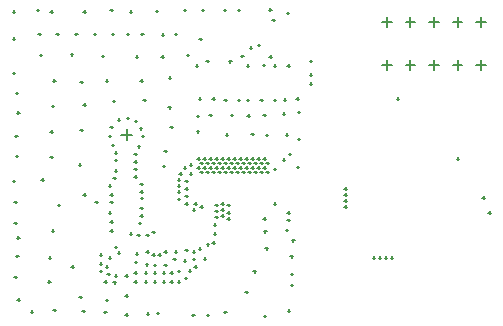
<source format=gbr>
G04*
G04 #@! TF.GenerationSoftware,Altium Limited,Altium Designer,25.8.1 (18)*
G04*
G04 Layer_Color=128*
%FSLAX25Y25*%
%MOIN*%
G70*
G04*
G04 #@! TF.SameCoordinates,7B14AC28-D965-4A85-B311-1C3B9A759C65*
G04*
G04*
G04 #@! TF.FilePolarity,Positive*
G04*
G01*
G75*
%ADD48C,0.00500*%
D48*
X249152Y471120D02*
X252352D01*
X250752Y469520D02*
Y472720D01*
X257026Y471120D02*
X260226D01*
X258626Y469520D02*
Y472720D01*
X264900Y471120D02*
X268100D01*
X266500Y469520D02*
Y472720D01*
X272774Y471120D02*
X275974D01*
X274374Y469520D02*
Y472720D01*
X280648Y471120D02*
X283848D01*
X282248Y469520D02*
Y472720D01*
X249152Y485500D02*
X252352D01*
X250752Y483900D02*
Y487100D01*
X162031Y448000D02*
X165969D01*
X164000Y446032D02*
Y449968D01*
X280648Y485500D02*
X283848D01*
X282248Y483900D02*
Y487100D01*
X272774Y485500D02*
X275974D01*
X274374Y483900D02*
Y487100D01*
X264900Y485500D02*
X268100D01*
X266500Y483900D02*
Y487100D01*
X257026Y485500D02*
X260226D01*
X258626Y483900D02*
Y487100D01*
X161100Y408662D02*
X161900D01*
X161500Y408262D02*
Y409062D01*
X254100Y460000D02*
X254900D01*
X254500Y459600D02*
Y460400D01*
X284600Y422000D02*
X285400D01*
X285000Y421600D02*
Y422400D01*
X157100Y404000D02*
X157900D01*
X157500Y403600D02*
Y404400D01*
X165100Y415000D02*
X165900D01*
X165500Y414600D02*
Y415400D01*
X274100Y440000D02*
X274900D01*
X274500Y439600D02*
Y440400D01*
X205100Y477000D02*
X205900D01*
X205500Y476600D02*
Y477400D01*
X186600Y425000D02*
X187400D01*
X187000Y424600D02*
Y425400D01*
X195600Y425000D02*
X196400D01*
X196000Y424600D02*
Y425400D01*
X217600Y422000D02*
X218400D01*
X218000Y421600D02*
Y422400D01*
X217600Y419600D02*
X218400D01*
X218000Y419200D02*
Y420000D01*
X220755Y437267D02*
X221555D01*
X221155Y436867D02*
Y437667D01*
X213044Y436556D02*
X213844D01*
X213444Y436156D02*
Y436956D01*
X216123Y439634D02*
X216922D01*
X216523Y439234D02*
Y440034D01*
X218044Y441556D02*
X218844D01*
X218444Y441156D02*
Y441956D01*
X217600Y471000D02*
X218400D01*
X218000Y470600D02*
Y471400D01*
X213100Y471000D02*
X213900D01*
X213500Y470600D02*
Y471400D01*
X236600Y430000D02*
X237400D01*
X237000Y429600D02*
Y430400D01*
X236600Y428000D02*
X237400D01*
X237000Y427600D02*
Y428400D01*
X236600Y426000D02*
X237400D01*
X237000Y425600D02*
Y426400D01*
X236600Y424000D02*
X237400D01*
X237000Y423600D02*
Y424400D01*
X225100Y465000D02*
X225900D01*
X225500Y464600D02*
Y465400D01*
X209427Y471095D02*
X210227D01*
X209827Y470695D02*
Y471495D01*
X207794Y477806D02*
X208594D01*
X208194Y477406D02*
Y478206D01*
X225100Y468000D02*
X225900D01*
X225500Y467600D02*
Y468400D01*
X211600Y474000D02*
X212400D01*
X212000Y473600D02*
Y474400D01*
X212600Y486200D02*
X213400D01*
X213000Y485800D02*
Y486600D01*
X190600Y472500D02*
X191400D01*
X191000Y472100D02*
Y472900D01*
X188328Y479850D02*
X189128D01*
X188728Y479450D02*
Y480250D01*
X217170Y416200D02*
X217970D01*
X217570Y415800D02*
Y416600D01*
X202246Y474178D02*
X203046D01*
X202646Y473778D02*
Y474578D01*
X252100Y407000D02*
X252900D01*
X252500Y406600D02*
Y407400D01*
X250100Y407000D02*
X250900D01*
X250500Y406600D02*
Y407400D01*
X248100Y407000D02*
X248900D01*
X248500Y406600D02*
Y407400D01*
X246100Y407000D02*
X246900D01*
X246500Y406600D02*
Y407400D01*
X282600Y427000D02*
X283400D01*
X283000Y426600D02*
Y427400D01*
X209728Y387413D02*
X210528D01*
X210128Y387013D02*
Y387812D01*
X217724Y389337D02*
X218524D01*
X218124Y388937D02*
Y389737D01*
X218760Y397926D02*
X219560D01*
X219160Y397526D02*
Y398326D01*
X218760Y401479D02*
X219560D01*
X219160Y401079D02*
Y401879D01*
X218612Y407402D02*
X219412D01*
X219012Y407002D02*
Y407802D01*
X219204Y412733D02*
X220004D01*
X219604Y412333D02*
Y413133D01*
X209600Y420000D02*
X210400D01*
X210000Y419600D02*
Y420400D01*
X209876Y415694D02*
X210676D01*
X210276Y415294D02*
Y416094D01*
X210320Y410068D02*
X211120D01*
X210720Y409668D02*
Y410468D01*
X206322Y402368D02*
X207122D01*
X206722Y401968D02*
Y402768D01*
X203600Y395500D02*
X204400D01*
X204000Y395100D02*
Y395900D01*
X196549Y388745D02*
X197349D01*
X196949Y388345D02*
Y389145D01*
X148278Y393928D02*
X149078D01*
X148678Y393528D02*
Y394328D01*
X157014Y392891D02*
X157814D01*
X157414Y392491D02*
Y393291D01*
X190774Y387857D02*
X191574D01*
X191174Y387457D02*
Y388257D01*
X185888Y387857D02*
X186688D01*
X186288Y387457D02*
Y388257D01*
X174100Y388500D02*
X174900D01*
X174500Y388100D02*
Y388900D01*
X170785Y388301D02*
X171585D01*
X171185Y387901D02*
Y388701D01*
X163600Y388000D02*
X164400D01*
X164000Y387600D02*
Y388400D01*
X156570Y388893D02*
X157370D01*
X156970Y388493D02*
Y389293D01*
X149314Y389189D02*
X150114D01*
X149714Y388789D02*
Y389589D01*
X139600Y389500D02*
X140400D01*
X140000Y389100D02*
Y389900D01*
X132100Y389000D02*
X132900D01*
X132500Y388600D02*
Y389400D01*
X221013Y446586D02*
X221813D01*
X221413Y446186D02*
Y446986D01*
X217100Y448000D02*
X217900D01*
X217500Y447600D02*
Y448400D01*
X210413Y447829D02*
X211213D01*
X210813Y447429D02*
Y448229D01*
X205637Y448157D02*
X206437D01*
X206037Y447757D02*
Y448557D01*
X197000Y447960D02*
X197800D01*
X197400Y447560D02*
Y448360D01*
X187446Y449007D02*
X188246D01*
X187846Y448607D02*
Y449407D01*
X187512Y454111D02*
X188312D01*
X187912Y453711D02*
Y454511D01*
X191600Y454500D02*
X192400D01*
X192000Y454100D02*
Y454900D01*
X198766Y454503D02*
X199566D01*
X199166Y454104D02*
Y454904D01*
X204328Y454307D02*
X205128D01*
X204728Y453907D02*
Y454707D01*
X209600Y454500D02*
X210400D01*
X210000Y454100D02*
Y454900D01*
X216100Y455000D02*
X216900D01*
X216500Y454600D02*
Y455400D01*
X221100Y455500D02*
X221900D01*
X221500Y455100D02*
Y455900D01*
X220600Y460000D02*
X221400D01*
X221000Y459600D02*
Y460400D01*
X216433Y459607D02*
X217233D01*
X216833Y459207D02*
Y460007D01*
X213100Y459500D02*
X213900D01*
X213500Y459100D02*
Y459900D01*
X208600Y459500D02*
X209400D01*
X209000Y459100D02*
Y459900D01*
X204100Y459500D02*
X204900D01*
X204500Y459100D02*
Y459900D01*
X201100Y459500D02*
X201900D01*
X201500Y459100D02*
Y459900D01*
X196600Y459500D02*
X197400D01*
X197000Y459100D02*
Y459900D01*
X192600Y460000D02*
X193400D01*
X193000Y459600D02*
Y460400D01*
X188100Y460000D02*
X188900D01*
X188500Y459600D02*
Y460400D01*
X137892Y398999D02*
X138692D01*
X138292Y398599D02*
Y399399D01*
X138100Y407000D02*
X138900D01*
X138500Y406600D02*
Y407400D01*
X139100Y416000D02*
X139900D01*
X139500Y415600D02*
Y416400D01*
X141100Y424500D02*
X141900D01*
X141500Y424100D02*
Y424900D01*
X148100Y438000D02*
X148900D01*
X148500Y437600D02*
Y438400D01*
X138600Y440500D02*
X139400D01*
X139000Y440100D02*
Y440900D01*
X138600Y449000D02*
X139400D01*
X139000Y448600D02*
Y449400D01*
X148600Y449500D02*
X149400D01*
X149000Y449100D02*
Y449900D01*
X176100Y437500D02*
X176900D01*
X176500Y437100D02*
Y437900D01*
X176600Y442500D02*
X177400D01*
X177000Y442100D02*
Y442900D01*
X178600Y450500D02*
X179400D01*
X179000Y450100D02*
Y450900D01*
X177955Y457063D02*
X178755D01*
X178355Y456663D02*
Y457463D01*
X169600Y459500D02*
X170400D01*
X170000Y459100D02*
Y459900D01*
X159362Y459129D02*
X160162D01*
X159762Y458729D02*
Y459529D01*
X149600Y458000D02*
X150400D01*
X150000Y457600D02*
Y458400D01*
X139100Y457500D02*
X139900D01*
X139500Y457100D02*
Y457900D01*
X139589Y465990D02*
X140389D01*
X139989Y465590D02*
Y466390D01*
X148600Y465500D02*
X149400D01*
X149000Y465100D02*
Y465900D01*
X157100Y466000D02*
X157900D01*
X157500Y465600D02*
Y466400D01*
X168600Y466000D02*
X169400D01*
X169000Y465600D02*
Y466400D01*
X178100Y467000D02*
X178900D01*
X178500Y466600D02*
Y467400D01*
X175600Y474000D02*
X176400D01*
X176000Y473600D02*
Y474400D01*
X184100Y474500D02*
X184900D01*
X184500Y474100D02*
Y474900D01*
X167100Y474000D02*
X167900D01*
X167500Y473600D02*
Y474400D01*
X155673Y474106D02*
X156473D01*
X156073Y473706D02*
Y474506D01*
X145344Y474697D02*
X146144D01*
X145744Y474297D02*
Y475097D01*
X135100Y474500D02*
X135900D01*
X135500Y474100D02*
Y474900D01*
X134600Y481500D02*
X135400D01*
X135000Y481100D02*
Y481900D01*
X140600Y481500D02*
X141400D01*
X141000Y481100D02*
Y481900D01*
X146893Y481484D02*
X147693D01*
X147293Y481084D02*
Y481884D01*
X153100Y481500D02*
X153900D01*
X153500Y481100D02*
Y481900D01*
X159100Y481500D02*
X159900D01*
X159500Y481100D02*
Y481900D01*
X164100Y481500D02*
X164900D01*
X164500Y481100D02*
Y481900D01*
X168880Y481484D02*
X169680D01*
X169280Y481084D02*
Y481884D01*
X175667Y481337D02*
X176467D01*
X176067Y480937D02*
Y481737D01*
X180100Y481500D02*
X180900D01*
X180500Y481100D02*
Y481900D01*
X198249Y472354D02*
X199049D01*
X198649Y471954D02*
Y472754D01*
X189097Y489536D02*
X189897D01*
X189497Y489136D02*
Y489936D01*
X217501Y488511D02*
X218301D01*
X217901Y488111D02*
Y488911D01*
X211544Y489653D02*
X212344D01*
X211944Y489253D02*
Y490053D01*
X201100Y489500D02*
X201900D01*
X201500Y489100D02*
Y489900D01*
X196418Y489536D02*
X197218D01*
X196818Y489136D02*
Y489936D01*
X183100Y489500D02*
X183900D01*
X183500Y489100D02*
Y489900D01*
X173723Y489243D02*
X174523D01*
X174124Y488843D02*
Y489643D01*
X165100Y489000D02*
X165900D01*
X165500Y488600D02*
Y489400D01*
X158600Y489500D02*
X159400D01*
X159000Y489100D02*
Y489900D01*
X149600Y489000D02*
X150400D01*
X150000Y488600D02*
Y489400D01*
X138600Y489000D02*
X139400D01*
X139000Y488600D02*
Y489400D01*
X134100Y489500D02*
X134900D01*
X134500Y489100D02*
Y489900D01*
X126100Y489000D02*
X126900D01*
X126500Y488600D02*
Y489400D01*
X126100Y480000D02*
X126900D01*
X126500Y479600D02*
Y480400D01*
X126077Y468510D02*
X126877D01*
X126477Y468110D02*
Y468910D01*
X127099Y461810D02*
X127899D01*
X127499Y461410D02*
Y462210D01*
X127553Y455337D02*
X128353D01*
X127953Y454937D02*
Y455737D01*
X126872Y447502D02*
X127672D01*
X127272Y447102D02*
Y447902D01*
X127099Y440915D02*
X127899D01*
X127499Y440515D02*
Y441315D01*
X126100Y432500D02*
X126900D01*
X126500Y432100D02*
Y432900D01*
X127600Y393000D02*
X128400D01*
X128000Y392600D02*
Y393400D01*
X126600Y400500D02*
X127400D01*
X127000Y400100D02*
Y400900D01*
X127212Y407415D02*
X128012D01*
X127612Y407015D02*
Y407815D01*
X127553Y413661D02*
X128353D01*
X127953Y413261D02*
Y414061D01*
X126600Y418500D02*
X127400D01*
X127000Y418100D02*
Y418900D01*
X126600Y425500D02*
X127400D01*
X127000Y425100D02*
Y425900D01*
X135600Y433000D02*
X136400D01*
X136000Y432600D02*
Y433400D01*
X149600Y428000D02*
X150400D01*
X150000Y427600D02*
Y428400D01*
X153600Y425500D02*
X154400D01*
X154000Y425100D02*
Y425900D01*
X168100Y418500D02*
X168900D01*
X168500Y418100D02*
Y418900D01*
X168600Y421000D02*
X169400D01*
X169000Y420600D02*
Y421400D01*
X168600Y423500D02*
X169400D01*
X169000Y423100D02*
Y423900D01*
X168779Y426780D02*
X169579D01*
X169179Y426380D02*
Y427180D01*
X168600Y429000D02*
X169400D01*
X169000Y428600D02*
Y429400D01*
X168600Y431500D02*
X169400D01*
X169000Y431100D02*
Y431900D01*
X166600Y434000D02*
X167400D01*
X167000Y433600D02*
Y434400D01*
X166600Y436500D02*
X167400D01*
X167000Y436100D02*
Y436900D01*
X166600Y439000D02*
X167400D01*
X167000Y438600D02*
Y439400D01*
X166600Y441500D02*
X167400D01*
X167000Y441100D02*
Y441900D01*
X167851Y444058D02*
X168651D01*
X168252Y443658D02*
Y444458D01*
X169100Y447500D02*
X169900D01*
X169500Y447100D02*
Y447900D01*
X168437Y450061D02*
X169237D01*
X168837Y449661D02*
Y450461D01*
X166680Y452453D02*
X167480D01*
X167080Y452053D02*
Y452853D01*
X164100Y453500D02*
X164900D01*
X164500Y453100D02*
Y453900D01*
X161100Y453000D02*
X161900D01*
X161500Y452600D02*
Y453400D01*
X158600Y450500D02*
X159400D01*
X159000Y450100D02*
Y450900D01*
X158100Y447500D02*
X158900D01*
X158500Y447100D02*
Y447900D01*
X159100Y444500D02*
X159900D01*
X159500Y444100D02*
Y444900D01*
X160100Y442000D02*
X160900D01*
X160500Y441600D02*
Y442400D01*
X160100Y439500D02*
X160900D01*
X160500Y439100D02*
Y439900D01*
X160100Y436000D02*
X160900D01*
X160500Y435600D02*
Y436400D01*
X159600Y433500D02*
X160400D01*
X160000Y433100D02*
Y433900D01*
X158100Y431000D02*
X158900D01*
X158500Y430600D02*
Y431400D01*
X158600Y428000D02*
X159400D01*
X159000Y427600D02*
Y428400D01*
X158600Y425500D02*
X159400D01*
X159000Y425100D02*
Y425900D01*
X158100Y422000D02*
X158900D01*
X158500Y421600D02*
Y422400D01*
X158600Y419000D02*
X159400D01*
X159000Y418600D02*
Y419400D01*
X158600Y416000D02*
X159400D01*
X159000Y415600D02*
Y416400D01*
X159605Y398717D02*
X160405D01*
X160005Y398317D02*
Y399117D01*
X160100Y401000D02*
X160900D01*
X160500Y400600D02*
Y401400D01*
X156600Y399000D02*
X157400D01*
X157000Y398600D02*
Y399400D01*
X158100Y407000D02*
X158900D01*
X158500Y406600D02*
Y407400D01*
X155100Y405000D02*
X155900D01*
X155500Y404600D02*
Y405400D01*
X155100Y408000D02*
X155900D01*
X155500Y407600D02*
Y408400D01*
X157600Y401500D02*
X158400D01*
X158000Y401100D02*
Y401900D01*
X155100Y402500D02*
X155900D01*
X155500Y402100D02*
Y402900D01*
X167120Y408282D02*
X167920D01*
X167519Y407882D02*
Y408682D01*
X166729Y405549D02*
X167529D01*
X167129Y405149D02*
Y405949D01*
X170341Y404719D02*
X171141D01*
X170741Y404319D02*
Y405119D01*
X173100Y404500D02*
X173900D01*
X173500Y404100D02*
Y404900D01*
X176600Y404500D02*
X177400D01*
X177000Y404100D02*
Y404900D01*
X181100Y402500D02*
X181900D01*
X181500Y402100D02*
Y402900D01*
X178600Y402000D02*
X179400D01*
X179000Y401600D02*
Y402400D01*
X176100Y402000D02*
X176900D01*
X176500Y401600D02*
Y402400D01*
X173100Y402000D02*
X173900D01*
X173500Y401600D02*
Y402400D01*
X170100Y402000D02*
X170900D01*
X170500Y401600D02*
Y402400D01*
X166600Y402000D02*
X167400D01*
X167000Y401600D02*
Y402400D01*
X166600Y399000D02*
X167400D01*
X167000Y398600D02*
Y399400D01*
X170100Y399000D02*
X170900D01*
X170500Y398600D02*
Y399400D01*
X173100Y399000D02*
X173900D01*
X173500Y398600D02*
Y399400D01*
X176100Y399000D02*
X176900D01*
X176500Y398600D02*
Y399400D01*
X178600Y399000D02*
X179400D01*
X179000Y398600D02*
Y399400D01*
X181100Y399000D02*
X181900D01*
X181500Y398600D02*
Y399400D01*
X183372Y400229D02*
X184172D01*
X183772Y399829D02*
Y400629D01*
X184788Y402621D02*
X185588D01*
X185188Y402221D02*
Y403021D01*
X186600Y404000D02*
X187400D01*
X187000Y403600D02*
Y404400D01*
X189766Y406672D02*
X190566D01*
X190166Y406272D02*
Y407072D01*
X186100Y406500D02*
X186900D01*
X186500Y406100D02*
Y406900D01*
X183100Y406000D02*
X183900D01*
X183500Y405600D02*
Y406400D01*
X179600Y406500D02*
X180400D01*
X180000Y406100D02*
Y406900D01*
X180100Y409000D02*
X180900D01*
X180500Y408600D02*
Y409400D01*
X183600Y409500D02*
X184400D01*
X184000Y409100D02*
Y409900D01*
X186100Y409000D02*
X186900D01*
X186500Y408600D02*
Y409400D01*
X188100Y410000D02*
X188900D01*
X188500Y409600D02*
Y410400D01*
X190840Y411357D02*
X191640D01*
X191240Y410957D02*
Y411757D01*
X192600Y412000D02*
X193400D01*
X193000Y411600D02*
Y412400D01*
X193100Y415000D02*
X193900D01*
X193500Y414600D02*
Y415400D01*
X193100Y418000D02*
X193900D01*
X193500Y417600D02*
Y418400D01*
X197600Y420000D02*
X198400D01*
X198000Y419600D02*
Y420400D01*
X193600Y420500D02*
X194400D01*
X194000Y420100D02*
Y420900D01*
X195600Y421000D02*
X196400D01*
X196000Y420600D02*
Y421400D01*
X197600Y422000D02*
X198400D01*
X198000Y421600D02*
Y422400D01*
X193600Y422500D02*
X194400D01*
X194000Y422100D02*
Y422900D01*
X195600Y423000D02*
X196400D01*
X196000Y422600D02*
Y423400D01*
X197600Y424500D02*
X198400D01*
X198000Y424100D02*
Y424900D01*
X193600Y424500D02*
X194400D01*
X194000Y424100D02*
Y424900D01*
X186100Y423000D02*
X186900D01*
X186500Y422600D02*
Y423400D01*
X188600Y424000D02*
X189400D01*
X189000Y423600D02*
Y424400D01*
X183600Y425000D02*
X184400D01*
X184000Y424600D02*
Y425400D01*
X181100Y426500D02*
X181900D01*
X181500Y426100D02*
Y426900D01*
X181100Y429000D02*
X181900D01*
X181500Y428600D02*
Y429400D01*
X181100Y431000D02*
X181900D01*
X181500Y430600D02*
Y431400D01*
X181100Y433000D02*
X181900D01*
X181500Y432600D02*
Y433400D01*
X181600Y435000D02*
X182400D01*
X182000Y434600D02*
Y435400D01*
X183100Y437000D02*
X183900D01*
X183500Y436600D02*
Y437400D01*
X187600Y440000D02*
X188400D01*
X188000Y439600D02*
Y440400D01*
X189600Y440000D02*
X190400D01*
X190000Y439600D02*
Y440400D01*
X191600Y440000D02*
X192400D01*
X192000Y439600D02*
Y440400D01*
X193600Y440000D02*
X194400D01*
X194000Y439600D02*
Y440400D01*
X195600Y440000D02*
X196400D01*
X196000Y439600D02*
Y440400D01*
X197600Y440000D02*
X198400D01*
X198000Y439600D02*
Y440400D01*
X199600Y440000D02*
X200400D01*
X200000Y439600D02*
Y440400D01*
X201600Y440000D02*
X202400D01*
X202000Y439600D02*
Y440400D01*
X203600Y440000D02*
X204400D01*
X204000Y439600D02*
Y440400D01*
X205600Y440000D02*
X206400D01*
X206000Y439600D02*
Y440400D01*
X207600Y440000D02*
X208400D01*
X208000Y439600D02*
Y440400D01*
X209600Y440000D02*
X210400D01*
X210000Y439600D02*
Y440400D01*
X210600Y438500D02*
X211400D01*
X211000Y438100D02*
Y438900D01*
X208600Y438500D02*
X209400D01*
X209000Y438100D02*
Y438900D01*
X206600Y438500D02*
X207400D01*
X207000Y438100D02*
Y438900D01*
X204600Y438500D02*
X205400D01*
X205000Y438100D02*
Y438900D01*
X202600Y438500D02*
X203400D01*
X203000Y438100D02*
Y438900D01*
X200600Y438500D02*
X201400D01*
X201000Y438100D02*
Y438900D01*
X198600Y438500D02*
X199400D01*
X199000Y438100D02*
Y438900D01*
X196600Y438500D02*
X197400D01*
X197000Y438100D02*
Y438900D01*
X194600Y438500D02*
X195400D01*
X195000Y438100D02*
Y438900D01*
X192600Y438500D02*
X193400D01*
X193000Y438100D02*
Y438900D01*
X190600Y438500D02*
X191400D01*
X191000Y438100D02*
Y438900D01*
X188600Y438500D02*
X189400D01*
X189000Y438100D02*
Y438900D01*
X185100Y438000D02*
X185900D01*
X185500Y437600D02*
Y438400D01*
X187600Y437000D02*
X188400D01*
X188000Y436600D02*
Y437400D01*
X189600Y437000D02*
X190400D01*
X190000Y436600D02*
Y437400D01*
X191600Y437000D02*
X192400D01*
X192000Y436600D02*
Y437400D01*
X193600Y437000D02*
X194400D01*
X194000Y436600D02*
Y437400D01*
X195600Y437000D02*
X196400D01*
X196000Y436600D02*
Y437400D01*
X197600Y437000D02*
X198400D01*
X198000Y436600D02*
Y437400D01*
X199600Y437000D02*
X200400D01*
X200000Y436600D02*
Y437400D01*
X201600Y437000D02*
X202400D01*
X202000Y436600D02*
Y437400D01*
X203600Y437000D02*
X204400D01*
X204000Y436600D02*
Y437400D01*
X205600Y437000D02*
X206400D01*
X206000Y436600D02*
Y437400D01*
X207600Y437000D02*
X208400D01*
X208000Y436600D02*
Y437400D01*
X209600Y437000D02*
X210400D01*
X210000Y436600D02*
Y437400D01*
X210600Y435500D02*
X211400D01*
X211000Y435100D02*
Y435900D01*
X208600Y435500D02*
X209400D01*
X209000Y435100D02*
Y435900D01*
X206600Y435500D02*
X207400D01*
X207000Y435100D02*
Y435900D01*
X204600Y435500D02*
X205400D01*
X205000Y435100D02*
Y435900D01*
X202600Y435500D02*
X203400D01*
X203000Y435100D02*
Y435900D01*
X200600Y435500D02*
X201400D01*
X201000Y435100D02*
Y435900D01*
X198600Y435500D02*
X199400D01*
X199000Y435100D02*
Y435900D01*
X196600Y435500D02*
X197400D01*
X197000Y435100D02*
Y435900D01*
X194600Y435500D02*
X195400D01*
X195000Y435100D02*
Y435900D01*
X192600Y435500D02*
X193400D01*
X193000Y435100D02*
Y435900D01*
X190600Y435500D02*
X191400D01*
X191000Y435100D02*
Y435900D01*
X188600Y435500D02*
X189400D01*
X189000Y435100D02*
Y435900D01*
X185100Y435000D02*
X185900D01*
X185500Y434600D02*
Y435400D01*
X183600Y432500D02*
X184400D01*
X184000Y432100D02*
Y432900D01*
X183600Y430000D02*
X184400D01*
X184000Y429600D02*
Y430400D01*
X183600Y427500D02*
X184400D01*
X184000Y427100D02*
Y427900D01*
X160100Y410500D02*
X160900D01*
X160500Y410100D02*
Y410900D01*
X145600Y404000D02*
X146400D01*
X146000Y403600D02*
Y404400D01*
X167600Y414500D02*
X168400D01*
X168000Y414100D02*
Y414900D01*
X176600Y409000D02*
X177400D01*
X177000Y408600D02*
Y409400D01*
X174600Y408000D02*
X175400D01*
X175000Y407600D02*
Y408400D01*
X170600Y414500D02*
X171400D01*
X171000Y414100D02*
Y414900D01*
X172600Y415500D02*
X173400D01*
X173000Y415100D02*
Y415900D01*
X170600Y409000D02*
X171400D01*
X171000Y408600D02*
Y409400D01*
X172600Y408000D02*
X173400D01*
X173000Y407600D02*
Y408400D01*
X225100Y472500D02*
X225900D01*
X225500Y472100D02*
Y472900D01*
X204100Y471000D02*
X204900D01*
X204500Y470600D02*
Y471400D01*
X187100Y471000D02*
X187900D01*
X187500Y470600D02*
Y471400D01*
X213100Y425000D02*
X213900D01*
X213500Y424600D02*
Y425400D01*
X163600Y401000D02*
X164400D01*
X164000Y400600D02*
Y401400D01*
X163600Y394300D02*
X164400D01*
X164000Y393900D02*
Y394700D01*
M02*

</source>
